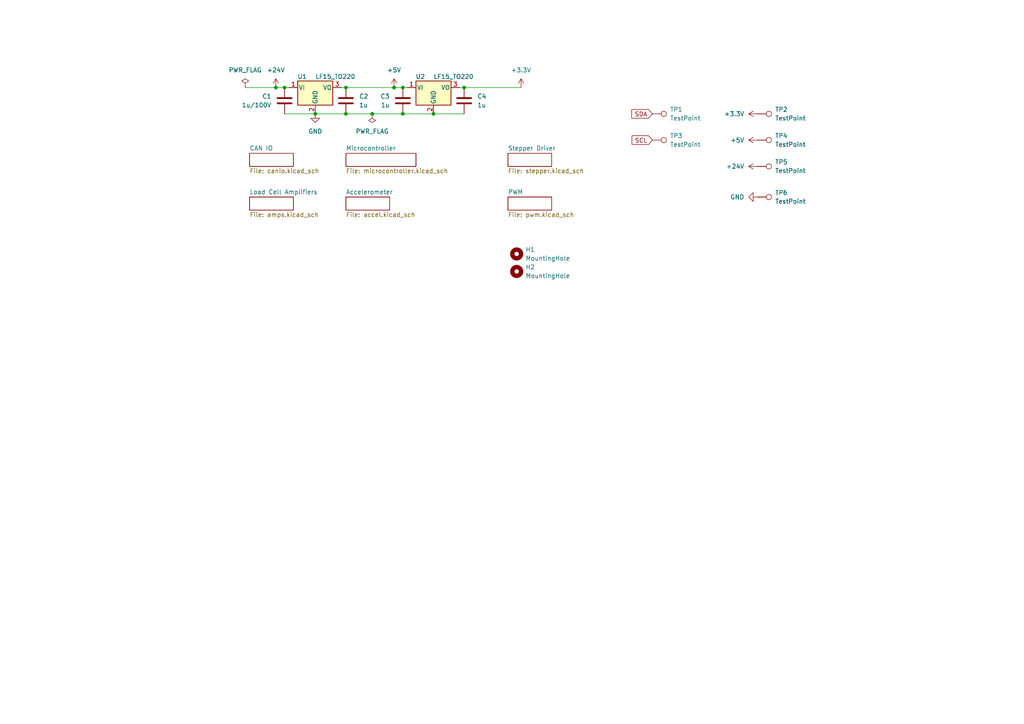
<source format=kicad_sch>
(kicad_sch (version 20231120) (generator "eeschema") (generator_version "8.0")
  (paper "A4")
  (lib_symbols
    (symbol "Connector:TestPoint" (pin_numbers hide) (pin_names (offset 0.762) hide)
      (property "Reference" "TP" (at 0 6.858 0))
      (property "Value" "TestPoint" (at 0 5.08 0))
      (symbol "TestPoint_0_1"
        (circle (center 0 3.302) (radius 0.762))
      )
      (symbol "TestPoint_1_1"
        (pin passive line (at 0 0 90) (length 2.54) (name "1") (number "1"))
      )
    )
    (symbol "Device:C" (pin_numbers hide) (pin_names (offset 0.254))
      (property "Reference" "C" (at 0.635 2.54 0))
      (property "Value" "C" (at 0.635 -2.54 0))
      (symbol "C_0_1"
        (polyline (pts (xy -2.032 -0.762) (xy 2.032 -0.762)) (stroke (width 0.508)))
        (polyline (pts (xy -2.032 0.762) (xy 2.032 0.762)) (stroke (width 0.508)))
      )
      (symbol "C_1_1"
        (pin passive line (at 0 3.81 270) (length 2.794) (name "~") (number "1"))
        (pin passive line (at 0 -3.81 90) (length 2.794) (name "~") (number "2"))
      )
    )
    (symbol "Mechanical:MountingHole" (pin_names (offset 1.016)) (exclude_from_sim yes) (in_bom no)
      (property "Reference" "H" (at 0 5.08 0))
      (property "Value" "MountingHole" (at 0 3.175 0))
      (symbol "MountingHole_0_1"
        (circle (center 0 0) (radius 1.27) (stroke (width 1.27)))
      )
    )
    (symbol "Regulator_Linear:LF15_TO220" (pin_names (offset 0.254))
      (property "Reference" "U" (at -3.81 3.175 0))
      (property "Value" "LF15_TO220" (at 0 3.175 0))
      (symbol "LF15_TO220_0_1"
        (rectangle (start -5.08 1.905) (end 5.08 -5.08) (stroke (width 0.254)) (fill (type background)))
      )
      (symbol "LF15_TO220_1_1"
        (pin power_in line (at -7.62 0 0) (length 2.54) (name "VI") (number "1"))
        (pin power_in line (at 0 -7.62 90) (length 2.54) (name "GND") (number "2"))
        (pin power_out line (at 7.62 0 180) (length 2.54) (name "VO") (number "3"))
      )
    )
    (symbol "power:+24V" (power) (pin_names (offset 0))
      (property "Value" "+24V" (at 0 3.556 0))
      (symbol "+24V_0_1"
        (polyline (pts (xy -0.762 1.27) (xy 0 2.54)))
        (polyline (pts (xy 0 0) (xy 0 2.54)))
        (polyline (pts (xy 0 2.54) (xy 0.762 1.27)))
      )
      (symbol "+24V_1_1"
        (pin power_in line (at 0 0 90) (length 0) hide (name "+24V") (number "1"))
      )
    )
    (symbol "power:+3.3V" (power) (pin_names (offset 0))
      (property "Value" "+3.3V" (at 0 3.556 0))
      (symbol "+3.3V_0_1"
        (polyline (pts (xy -0.762 1.27) (xy 0 2.54)))
        (polyline (pts (xy 0 0) (xy 0 2.54)))
        (polyline (pts (xy 0 2.54) (xy 0.762 1.27)))
      )
      (symbol "+3.3V_1_1"
        (pin power_in line (at 0 0 90) (length 0) hide (name "+3.3V") (number "1"))
      )
    )
    (symbol "power:+5V" (power) (pin_names (offset 0))
      (property "Value" "+5V" (at 0 3.556 0))
      (symbol "+5V_0_1"
        (polyline (pts (xy -0.762 1.27) (xy 0 2.54)))
        (polyline (pts (xy 0 0) (xy 0 2.54)))
        (polyline (pts (xy 0 2.54) (xy 0.762 1.27)))
      )
      (symbol "+5V_1_1"
        (pin power_in line (at 0 0 90) (length 0) hide (name "+5V") (number "1"))
      )
    )
    (symbol "power:GND" (power) (pin_names (offset 0))
      (property "Value" "GND" (at 0 -3.81 0))
      (symbol "GND_0_1"
        (polyline (pts (xy 0 0) (xy 0 -1.27) (xy 1.27 -1.27) (xy 0 -2.54) (xy -1.27 -1.27) (xy 0 -1.27)))
      )
      (symbol "GND_1_1"
        (pin power_in line (at 0 0 270) (length 0) hide (name "GND") (number "1"))
      )
    )
    (symbol "power:PWR_FLAG" (power) (pin_numbers hide) (pin_names (offset 0) hide)
      (property "Value" "PWR_FLAG" (at 0 3.81 0))
      (symbol "PWR_FLAG_0_0"
        (pin power_out line (at 0 0 90) (length 0) (name "pwr") (number "1"))
      )
      (symbol "PWR_FLAG_0_1"
        (polyline (pts (xy 0 0) (xy 0 1.27) (xy -1.016 1.905) (xy 0 2.54) (xy 1.016 1.905) (xy 0 1.27)))
      )
    )
  )
  (junction (at 82.55 25.4))
  (junction (at 107.95 33.02))
  (junction (at 91.44 33.02))
  (junction (at 80.01 25.4))
  (junction (at 114.3 25.4))
  (junction (at 100.33 25.4))
  (junction (at 134.62 25.4))
  (junction (at 116.84 33.02))
  (junction (at 100.33 33.02))
  (junction (at 125.73 33.02))
  (junction (at 116.84 25.4))
  (wire (pts (xy 125.73 33.02) (xy 134.62 33.02)))
  (wire (pts (xy 71.12 25.4) (xy 80.01 25.4)))
  (wire (pts (xy 118.11 25.4) (xy 116.84 25.4)))
  (wire (pts (xy 99.06 25.4) (xy 100.33 25.4)))
  (wire (pts (xy 82.55 33.02) (xy 91.44 33.02)))
  (wire (pts (xy 133.35 25.4) (xy 134.62 25.4)))
  (wire (pts (xy 114.3 25.4) (xy 116.84 25.4)))
  (wire (pts (xy 134.62 25.4) (xy 151.13 25.4)))
  (wire (pts (xy 107.95 33.02) (xy 116.84 33.02)))
  (wire (pts (xy 80.01 25.4) (xy 82.55 25.4)))
  (wire (pts (xy 82.55 25.4) (xy 83.82 25.4)))
  (wire (pts (xy 91.44 33.02) (xy 100.33 33.02)))
  (wire (pts (xy 116.84 33.02) (xy 125.73 33.02)))
  (wire (pts (xy 100.33 33.02) (xy 107.95 33.02)))
  (wire (pts (xy 100.33 25.4) (xy 114.3 25.4)))
  (global_label "SCL" (shape input) (at 189.23 40.64 180) (property "Intersheetrefs" "${INTERSHEET_REFS}" (effects (hide yes))))
  (global_label "SDA" (shape input) (at 189.23 33.02 180) (property "Intersheetrefs" "${INTERSHEET_REFS}" (effects (hide yes))))
  (symbol (lib_id "power:PWR_FLAG") (at 107.95 33.02 180) (unit 1)
    (property "Reference" "#FLG02" (effects (hide yes)))
    (property "Value" "PWR_FLAG" (at 107.95 38.1 0))
  )
  (symbol (lib_id "Connector:TestPoint") (at 219.71 57.15 270) (unit 1)
    (property "Reference" "TP6" (at 224.79 55.88 90) (effects (justify left)))
    (property "Value" "TestPoint" (at 224.79 58.42 90) (effects (justify left)))
    (property "Footprint" "TestPoint:TestPoint_Pad_1.5x1.5mm" (effects (hide yes)))
  )
  (symbol (lib_id "power:PWR_FLAG") (at 71.12 25.4 0) (unit 1)
    (property "Reference" "#FLG01" (effects (hide yes)))
    (property "Value" "PWR_FLAG" (at 71.12 20.32 0))
  )
  (symbol (lib_id "power:+5V") (at 219.71 40.64 90) (unit 1)
    (property "Reference" "#PWR06" (effects (hide yes)))
    (property "Value" "+5V" (at 215.9 40.64 90) (effects (justify left)))
  )
  (symbol (lib_id "power:GND") (at 219.71 57.15 270) (unit 1)
    (property "Reference" "#PWR08" (effects (hide yes)))
    (property "Value" "GND" (at 215.9 57.15 90) (effects (justify right)))
  )
  (symbol (lib_id "Device:C") (at 82.55 29.21 0) (mirror x) (unit 1)
    (property "Reference" "C1" (at 78.74 27.94 0) (effects (justify right)))
    (property "Value" "1u/100V" (at 78.74 30.48 0) (effects (justify right)))
    (property "Footprint" "Capacitor_SMD:C_0805_2012Metric_Pad1.18x1.45mm_HandSolder" (effects (hide yes)))
    (property "Digikey" "4713-GMC21X7R105K50NTCT-ND" (effects (hide yes)))
  )
  (symbol (lib_id "Connector:TestPoint") (at 189.23 40.64 270) (unit 1)
    (property "Reference" "TP3" (at 194.31 39.37 90) (effects (justify left)))
    (property "Value" "TestPoint" (at 194.31 41.91 90) (effects (justify left)))
    (property "Footprint" "TestPoint:TestPoint_Pad_D1.5mm" (effects (hide yes)))
  )
  (symbol (lib_id "power:+24V") (at 219.71 48.26 90) (unit 1)
    (property "Reference" "#PWR07" (effects (hide yes)))
    (property "Value" "+24V" (at 215.9 48.26 90) (effects (justify left)))
  )
  (symbol (lib_id "Connector:TestPoint") (at 219.71 48.26 270) (unit 1)
    (property "Reference" "TP5" (at 224.79 46.99 90) (effects (justify left)))
    (property "Value" "TestPoint" (at 224.79 49.53 90) (effects (justify left)))
    (property "Footprint" "TestPoint:TestPoint_Pad_D1.5mm" (effects (hide yes)))
  )
  (symbol (lib_id "Regulator_Linear:LF15_TO220") (at 91.44 25.4 0) (unit 1)
    (property "Reference" "U1" (at 87.63 22.225 0))
    (property "Value" "LF15_TO220" (at 91.44 22.225 0) (effects (justify left)))
    (property "Footprint" "Package_TO_SOT_THT:TO-220-3_Vertical" (effects (hide yes)))
    (property "Datasheet" "http://www.st.com/content/ccc/resource/technical/document/datasheet/c4/0e/7e/2a/be/bc/4c/bd/CD00000546.pdf/files/CD00000546.pdf/jcr:content/translations/en.CD00000546.pdf" (effects (hide yes)))
    (property "Digikey" "497-3436-5-ND" (effects (hide yes)))
  )
  (symbol (lib_id "Device:C") (at 134.62 29.21 0) (unit 1)
    (property "Reference" "C4" (at 138.43 27.94 0) (effects (justify left)))
    (property "Value" "1u" (at 138.43 30.48 0) (effects (justify left)))
    (property "Footprint" "Capacitor_SMD:C_0603_1608Metric_Pad1.08x0.95mm_HandSolder" (effects (hide yes)))
    (property "Digikey" "1276-1102-1-ND" (effects (hide yes)))
  )
  (symbol (lib_id "Device:C") (at 100.33 29.21 0) (unit 1)
    (property "Reference" "C2" (at 104.14 27.94 0) (effects (justify left)))
    (property "Value" "1u" (at 104.14 30.48 0) (effects (justify left)))
    (property "Footprint" "Capacitor_SMD:C_0603_1608Metric_Pad1.08x0.95mm_HandSolder" (effects (hide yes)))
    (property "Digikey" "1276-1102-1-ND" (effects (hide yes)))
  )
  (symbol (lib_id "Mechanical:MountingHole") (at 149.86 73.66 0) (unit 1) (exclude_from_sim yes) (in_bom no)
    (property "Reference" "H1" (at 152.4 72.3899 0) (effects (justify left)))
    (property "Value" "MountingHole" (at 152.4 74.9299 0) (effects (justify left)))
    (property "Footprint" "MountingHole:MountingHole_3.2mm_M3_DIN965_Pad" (effects (hide yes)))
    (property "Description" "Mounting Hole without connection" (effects (hide yes)))
  )
  (symbol (lib_id "power:+5V") (at 114.3 25.4 0) (unit 1)
    (property "Reference" "#PWR02" (effects (hide yes)))
    (property "Value" "+5V" (at 114.3 20.32 0))
  )
  (symbol (lib_id "power:+24V") (at 80.01 25.4 0) (unit 1)
    (property "Reference" "#PWR01" (effects (hide yes)))
    (property "Value" "+24V" (at 80.01 20.32 0))
  )
  (symbol (lib_id "power:GND") (at 91.44 33.02 0) (unit 1)
    (property "Reference" "#PWR04" (effects (hide yes)))
    (property "Value" "GND" (at 91.44 38.1 0))
  )
  (symbol (lib_id "Connector:TestPoint") (at 219.71 33.02 270) (unit 1)
    (property "Reference" "TP2" (at 224.79 31.75 90) (effects (justify left)))
    (property "Value" "TestPoint" (at 224.79 34.29 90) (effects (justify left)))
    (property "Footprint" "TestPoint:TestPoint_Pad_D1.5mm" (effects (hide yes)))
  )
  (symbol (lib_id "Connector:TestPoint") (at 219.71 40.64 270) (unit 1)
    (property "Reference" "TP4" (at 224.79 39.37 90) (effects (justify left)))
    (property "Value" "TestPoint" (at 224.79 41.91 90) (effects (justify left)))
    (property "Footprint" "TestPoint:TestPoint_Pad_D1.5mm" (effects (hide yes)))
  )
  (symbol (lib_id "power:+3.3V") (at 219.71 33.02 90) (unit 1)
    (property "Reference" "#PWR05" (effects (hide yes)))
    (property "Value" "+3.3V" (at 215.9 33.02 90) (effects (justify left)))
  )
  (symbol (lib_id "Device:C") (at 116.84 29.21 0) (mirror y) (unit 1)
    (property "Reference" "C3" (at 113.03 27.94 0) (effects (justify left)))
    (property "Value" "1u" (at 113.03 30.48 0) (effects (justify left)))
    (property "Footprint" "Capacitor_SMD:C_0603_1608Metric_Pad1.08x0.95mm_HandSolder" (effects (hide yes)))
    (property "Digikey" "1276-1102-1-ND" (effects (hide yes)))
  )
  (symbol (lib_id "Mechanical:MountingHole") (at 149.86 78.74 0) (unit 1) (exclude_from_sim yes) (in_bom no)
    (property "Reference" "H2" (at 152.4 77.4699 0) (effects (justify left)))
    (property "Value" "MountingHole" (at 152.4 80.0099 0) (effects (justify left)))
    (property "Footprint" "MountingHole:MountingHole_3.2mm_M3_DIN965_Pad" (effects (hide yes)))
    (property "Description" "Mounting Hole without connection" (effects (hide yes)))
  )
  (symbol (lib_id "power:+3.3V") (at 151.13 25.4 0) (unit 1)
    (property "Reference" "#PWR03" (effects (hide yes)))
    (property "Value" "+3.3V" (at 151.13 20.32 0))
  )
  (symbol (lib_id "Regulator_Linear:LF15_TO220") (at 125.73 25.4 0) (unit 1)
    (property "Reference" "U2" (at 121.92 22.225 0))
    (property "Value" "LF15_TO220" (at 125.73 22.225 0) (effects (justify left)))
    (property "Footprint" "Package_TO_SOT_THT:TO-220-3_Vertical" (effects (hide yes)))
    (property "Datasheet" "http://www.st.com/content/ccc/resource/technical/document/datasheet/c4/0e/7e/2a/be/bc/4c/bd/CD00000546.pdf/files/CD00000546.pdf/jcr:content/translations/en.CD00000546.pdf" (effects (hide yes)))
    (property "Digikey" "31-AZ1117CH2-3.3TRG1CT-ND" (effects (hide yes)))
  )
  (symbol (lib_id "Connector:TestPoint") (at 189.23 33.02 270) (unit 1)
    (property "Reference" "TP1" (at 194.31 31.75 90) (effects (justify left)))
    (property "Value" "TestPoint" (at 194.31 34.29 90) (effects (justify left)))
    (property "Footprint" "TestPoint:TestPoint_Pad_D1.5mm" (effects (hide yes)))
  )
  (sheet (at 147.32 44.45) (size 12.7 3.81) (stroke (width 0.1524))
    (property "Sheetname" "Stepper Driver" (at 147.32 43.7384 0) (effects (justify left bottom)))
    (property "Sheetfile" "stepper.kicad_sch" (at 147.32 48.8446 0) (effects (justify left top)))
  )
  (sheet (at 147.32 57.15) (size 12.7 3.81) (stroke (width 0.1524))
    (property "Sheetname" "PWM" (at 147.32 56.4384 0) (effects (justify left bottom)))
    (property "Sheetfile" "pwm.kicad_sch" (at 147.32 61.5446 0) (effects (justify left top)))
  )
  (sheet (at 100.33 44.45) (size 20.32 3.81) (stroke (width 0.1524))
    (property "Sheetname" "Microcontroller" (at 100.33 43.7384 0) (effects (justify left bottom)))
    (property "Sheetfile" "microcontroller.kicad_sch" (at 100.33 48.8446 0) (effects (justify left top)))
  )
  (sheet (at 100.33 57.15) (size 12.7 3.81) (stroke (width 0.1524))
    (property "Sheetname" "Accelerometer" (at 100.33 56.4384 0) (effects (justify left bottom)))
    (property "Sheetfile" "accel.kicad_sch" (at 100.33 61.5446 0) (effects (justify left top)))
  )
  (sheet (at 72.39 44.45) (size 12.7 3.81) (stroke (width 0.1524))
    (property "Sheetname" "CAN IO" (at 72.39 43.7384 0) (effects (justify left bottom)))
    (property "Sheetfile" "canio.kicad_sch" (at 72.39 48.8446 0) (effects (justify left top)))
  )
  (sheet (at 72.39 57.15) (size 12.7 3.81) (stroke (width 0.1524))
    (property "Sheetname" "Load Cell Amplifiers" (at 72.39 56.4384 0) (effects (justify left bottom)))
    (property "Sheetfile" "amps.kicad_sch" (at 72.39 61.5446 0) (effects (justify left top)))
  )
)
</source>
